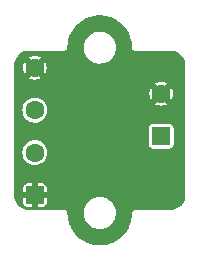
<source format=gbl>
G04 #@! TF.GenerationSoftware,KiCad,Pcbnew,(6.0.7-1)-1*
G04 #@! TF.CreationDate,2024-08-15T11:21:40+03:00*
G04 #@! TF.ProjectId,Ideal_Diode,49646561-6c5f-4446-996f-64652e6b6963,rev?*
G04 #@! TF.SameCoordinates,Original*
G04 #@! TF.FileFunction,Copper,L2,Bot*
G04 #@! TF.FilePolarity,Positive*
%FSLAX46Y46*%
G04 Gerber Fmt 4.6, Leading zero omitted, Abs format (unit mm)*
G04 Created by KiCad (PCBNEW (6.0.7-1)-1) date 2024-08-15 11:21:40*
%MOMM*%
%LPD*%
G01*
G04 APERTURE LIST*
G04 Aperture macros list*
%AMRoundRect*
0 Rectangle with rounded corners*
0 $1 Rounding radius*
0 $2 $3 $4 $5 $6 $7 $8 $9 X,Y pos of 4 corners*
0 Add a 4 corners polygon primitive as box body*
4,1,4,$2,$3,$4,$5,$6,$7,$8,$9,$2,$3,0*
0 Add four circle primitives for the rounded corners*
1,1,$1+$1,$2,$3*
1,1,$1+$1,$4,$5*
1,1,$1+$1,$6,$7*
1,1,$1+$1,$8,$9*
0 Add four rect primitives between the rounded corners*
20,1,$1+$1,$2,$3,$4,$5,0*
20,1,$1+$1,$4,$5,$6,$7,0*
20,1,$1+$1,$6,$7,$8,$9,0*
20,1,$1+$1,$8,$9,$2,$3,0*%
G04 Aperture macros list end*
G04 #@! TA.AperFunction,ComponentPad*
%ADD10RoundRect,0.250000X0.550000X-0.550000X0.550000X0.550000X-0.550000X0.550000X-0.550000X-0.550000X0*%
G04 #@! TD*
G04 #@! TA.AperFunction,ComponentPad*
%ADD11C,1.600000*%
G04 #@! TD*
G04 APERTURE END LIST*
D10*
X161200000Y-96500000D03*
D11*
X161200000Y-92900000D03*
D10*
X150500000Y-101500000D03*
D11*
X150500000Y-97900000D03*
X150500000Y-94300000D03*
X150500000Y-90700000D03*
G04 #@! TA.AperFunction,Conductor*
G36*
X156165360Y-86259814D02*
G01*
X156471035Y-86295542D01*
X156482364Y-86297540D01*
X156585668Y-86322024D01*
X156781800Y-86368509D01*
X156792829Y-86371810D01*
X156966011Y-86434843D01*
X157082026Y-86477068D01*
X157092585Y-86481623D01*
X157160836Y-86515900D01*
X157367603Y-86619742D01*
X157377564Y-86625493D01*
X157579935Y-86758595D01*
X157634681Y-86794602D01*
X157643915Y-86801477D01*
X157879657Y-86999288D01*
X157888031Y-87007188D01*
X158099218Y-87231033D01*
X158106618Y-87239852D01*
X158290386Y-87486695D01*
X158296713Y-87496314D01*
X158450588Y-87762834D01*
X158455754Y-87773122D01*
X158577640Y-88055685D01*
X158581578Y-88066503D01*
X158661515Y-88333506D01*
X158669842Y-88361321D01*
X158672495Y-88372516D01*
X158699699Y-88526795D01*
X158725934Y-88675585D01*
X158727270Y-88687019D01*
X158743634Y-88967967D01*
X158742417Y-88985558D01*
X158742417Y-88990435D01*
X158740514Y-89000000D01*
X158760266Y-89099301D01*
X158816516Y-89183484D01*
X158900699Y-89239734D01*
X158910262Y-89241636D01*
X158910264Y-89241637D01*
X158990438Y-89257584D01*
X159000000Y-89259486D01*
X159009562Y-89257584D01*
X159015505Y-89256402D01*
X159034818Y-89254500D01*
X161965182Y-89254500D01*
X161984495Y-89256402D01*
X161990436Y-89257584D01*
X161990438Y-89257584D01*
X162000000Y-89259486D01*
X162009564Y-89257583D01*
X162019314Y-89257583D01*
X162019314Y-89257713D01*
X162031609Y-89256987D01*
X162117918Y-89263780D01*
X162187071Y-89269223D01*
X162202414Y-89271653D01*
X162377306Y-89313641D01*
X162392080Y-89318442D01*
X162558249Y-89387271D01*
X162572085Y-89394320D01*
X162725449Y-89488301D01*
X162738007Y-89497426D01*
X162867491Y-89608016D01*
X162874777Y-89614239D01*
X162885759Y-89625221D01*
X162961863Y-89714326D01*
X163002574Y-89761992D01*
X163011699Y-89774551D01*
X163105680Y-89927915D01*
X163112729Y-89941751D01*
X163181558Y-90107920D01*
X163186359Y-90122694D01*
X163228347Y-90297586D01*
X163230777Y-90312929D01*
X163243013Y-90468388D01*
X163242287Y-90480686D01*
X163242417Y-90480686D01*
X163242417Y-90490436D01*
X163240514Y-90500000D01*
X163242416Y-90509562D01*
X163242416Y-90509564D01*
X163243598Y-90515505D01*
X163245500Y-90534818D01*
X163245500Y-101465182D01*
X163243598Y-101484495D01*
X163240514Y-101500000D01*
X163242417Y-101509564D01*
X163242417Y-101519314D01*
X163242287Y-101519314D01*
X163243013Y-101531612D01*
X163230777Y-101687071D01*
X163228347Y-101702414D01*
X163186359Y-101877306D01*
X163181558Y-101892080D01*
X163112729Y-102058249D01*
X163105680Y-102072085D01*
X163011699Y-102225449D01*
X163002574Y-102238007D01*
X162924959Y-102328883D01*
X162885761Y-102374777D01*
X162874779Y-102385759D01*
X162743845Y-102497589D01*
X162738008Y-102502574D01*
X162725449Y-102511699D01*
X162572085Y-102605680D01*
X162558249Y-102612729D01*
X162392080Y-102681558D01*
X162377306Y-102686359D01*
X162202414Y-102728347D01*
X162187071Y-102730777D01*
X162117918Y-102736220D01*
X162031609Y-102743013D01*
X162019314Y-102742287D01*
X162019314Y-102742417D01*
X162009564Y-102742417D01*
X162000000Y-102740514D01*
X161990438Y-102742416D01*
X161990436Y-102742416D01*
X161984495Y-102743598D01*
X161965182Y-102745500D01*
X159034818Y-102745500D01*
X159015505Y-102743598D01*
X159009562Y-102742416D01*
X159000000Y-102740514D01*
X158990438Y-102742416D01*
X158910264Y-102758363D01*
X158910262Y-102758364D01*
X158900699Y-102760266D01*
X158816516Y-102816516D01*
X158760266Y-102900699D01*
X158740514Y-103000000D01*
X158742417Y-103009565D01*
X158742417Y-103014442D01*
X158743634Y-103032033D01*
X158727270Y-103312981D01*
X158725934Y-103324415D01*
X158676560Y-103604436D01*
X158672497Y-103627476D01*
X158669844Y-103638671D01*
X158622334Y-103797365D01*
X158581578Y-103933497D01*
X158577640Y-103944315D01*
X158455754Y-104226878D01*
X158450588Y-104237166D01*
X158296713Y-104503686D01*
X158290386Y-104513305D01*
X158106618Y-104760148D01*
X158099218Y-104768967D01*
X157888031Y-104992812D01*
X157879657Y-105000712D01*
X157643915Y-105198523D01*
X157634683Y-105205397D01*
X157377564Y-105374507D01*
X157367604Y-105380257D01*
X157092585Y-105518377D01*
X157082026Y-105522932D01*
X156966011Y-105565157D01*
X156792829Y-105628190D01*
X156781800Y-105631491D01*
X156585668Y-105677976D01*
X156482364Y-105702460D01*
X156471035Y-105704458D01*
X156165361Y-105740186D01*
X156153868Y-105740855D01*
X155846132Y-105740855D01*
X155834639Y-105740186D01*
X155528965Y-105704458D01*
X155517636Y-105702460D01*
X155414332Y-105677976D01*
X155218200Y-105631491D01*
X155207171Y-105628190D01*
X155033989Y-105565157D01*
X154917974Y-105522932D01*
X154907415Y-105518377D01*
X154632396Y-105380257D01*
X154622436Y-105374507D01*
X154365317Y-105205397D01*
X154356085Y-105198523D01*
X154120343Y-105000712D01*
X154111969Y-104992812D01*
X153900782Y-104768967D01*
X153893382Y-104760148D01*
X153709614Y-104513305D01*
X153703287Y-104503686D01*
X153549412Y-104237166D01*
X153544246Y-104226878D01*
X153422360Y-103944315D01*
X153418422Y-103933497D01*
X153377666Y-103797365D01*
X153330156Y-103638671D01*
X153327503Y-103627476D01*
X153323441Y-103604436D01*
X153274066Y-103324415D01*
X153272730Y-103312981D01*
X153256366Y-103032033D01*
X153257583Y-103014442D01*
X153257583Y-103009565D01*
X153259486Y-103000000D01*
X153246749Y-102935964D01*
X154642112Y-102935964D01*
X154642269Y-102940149D01*
X154642269Y-102940152D01*
X154644464Y-102998599D01*
X154644060Y-102998614D01*
X154644303Y-102999983D01*
X154644339Y-102999980D01*
X154644341Y-103000000D01*
X154644648Y-103003507D01*
X154644718Y-103005374D01*
X154644718Y-103005619D01*
X154644741Y-103005972D01*
X154650736Y-103165669D01*
X154651596Y-103169769D01*
X154651597Y-103169775D01*
X154664628Y-103231879D01*
X154664165Y-103231976D01*
X154664790Y-103233724D01*
X154664937Y-103235408D01*
X154666054Y-103239576D01*
X154666054Y-103239577D01*
X154666225Y-103240216D01*
X154667486Y-103245501D01*
X154676353Y-103287761D01*
X154697939Y-103390637D01*
X154720721Y-103448326D01*
X154722699Y-103453335D01*
X154723646Y-103455831D01*
X154724980Y-103459494D01*
X154726097Y-103463663D01*
X154727922Y-103467576D01*
X154727924Y-103467582D01*
X154729287Y-103470505D01*
X154731642Y-103475979D01*
X154758740Y-103544595D01*
X154782372Y-103604436D01*
X154784542Y-103608012D01*
X154784544Y-103608016D01*
X154820030Y-103666494D01*
X154822213Y-103670579D01*
X154824142Y-103673919D01*
X154825965Y-103677829D01*
X154828442Y-103681367D01*
X154828443Y-103681368D01*
X154831184Y-103685283D01*
X154834724Y-103690709D01*
X154850279Y-103716342D01*
X154901621Y-103800952D01*
X154904371Y-103804121D01*
X154952913Y-103860060D01*
X154958676Y-103867442D01*
X154959022Y-103867854D01*
X154961505Y-103871401D01*
X154968476Y-103878372D01*
X154973244Y-103883490D01*
X155052276Y-103974566D01*
X155055519Y-103977225D01*
X155055521Y-103977227D01*
X155117331Y-104027908D01*
X155124563Y-104034459D01*
X155128599Y-104038495D01*
X155132135Y-104040971D01*
X155136772Y-104044218D01*
X155142759Y-104048758D01*
X155230029Y-104120315D01*
X155308466Y-104164963D01*
X155316271Y-104169903D01*
X155322171Y-104174035D01*
X155326086Y-104175860D01*
X155326090Y-104175863D01*
X155330869Y-104178091D01*
X155338003Y-104181778D01*
X155429798Y-104234030D01*
X155520610Y-104266994D01*
X155528666Y-104270327D01*
X155532411Y-104272073D01*
X155532417Y-104272075D01*
X155536337Y-104273903D01*
X155540512Y-104275022D01*
X155540516Y-104275023D01*
X155544842Y-104276182D01*
X155552996Y-104278749D01*
X155641925Y-104311029D01*
X155641929Y-104311030D01*
X155645871Y-104312461D01*
X155747541Y-104330846D01*
X155755531Y-104332635D01*
X155764592Y-104335063D01*
X155772235Y-104335732D01*
X155781194Y-104336931D01*
X155872069Y-104353364D01*
X155891041Y-104354259D01*
X155895011Y-104354446D01*
X155895015Y-104354446D01*
X155896158Y-104354500D01*
X156057712Y-104354500D01*
X156059795Y-104354323D01*
X156059801Y-104354323D01*
X156224873Y-104340316D01*
X156224874Y-104340316D01*
X156229044Y-104339962D01*
X156233094Y-104338911D01*
X156233099Y-104338910D01*
X156447483Y-104283267D01*
X156447486Y-104283266D01*
X156451539Y-104282214D01*
X156467503Y-104275023D01*
X156500359Y-104260222D01*
X156661123Y-104187803D01*
X156851803Y-104059430D01*
X156871153Y-104040971D01*
X157015094Y-103903659D01*
X157015098Y-103903654D01*
X157018128Y-103900764D01*
X157030980Y-103883491D01*
X157080277Y-103817233D01*
X157155342Y-103716342D01*
X157174923Y-103677829D01*
X157257623Y-103515170D01*
X157257625Y-103515166D01*
X157259520Y-103511438D01*
X157327685Y-103291911D01*
X157343873Y-103169775D01*
X157357338Y-103068188D01*
X157357338Y-103068184D01*
X157357888Y-103064036D01*
X157356212Y-103019389D01*
X157355536Y-103001401D01*
X157355940Y-103001386D01*
X157355697Y-103000017D01*
X157355661Y-103000020D01*
X157355625Y-102999615D01*
X157355352Y-102996493D01*
X157355282Y-102994626D01*
X157355282Y-102994381D01*
X157355259Y-102994021D01*
X157349264Y-102834331D01*
X157348404Y-102830231D01*
X157348403Y-102830225D01*
X157335372Y-102768121D01*
X157335835Y-102768024D01*
X157335210Y-102766276D01*
X157335063Y-102764592D01*
X157333775Y-102759784D01*
X157332514Y-102754499D01*
X157302923Y-102613471D01*
X157302923Y-102613470D01*
X157302061Y-102609363D01*
X157277301Y-102546665D01*
X157276354Y-102544169D01*
X157275020Y-102540506D01*
X157273903Y-102536337D01*
X157272078Y-102532424D01*
X157272076Y-102532418D01*
X157270713Y-102529495D01*
X157268358Y-102524021D01*
X157219165Y-102399457D01*
X157217628Y-102395564D01*
X157211680Y-102385761D01*
X157179970Y-102333506D01*
X157177787Y-102329421D01*
X157175858Y-102326081D01*
X157174035Y-102322171D01*
X157171557Y-102318632D01*
X157168816Y-102314717D01*
X157165276Y-102309291D01*
X157100556Y-102202635D01*
X157100554Y-102202632D01*
X157098379Y-102199048D01*
X157047087Y-102139940D01*
X157041324Y-102132558D01*
X157040978Y-102132146D01*
X157038495Y-102128599D01*
X157031524Y-102121628D01*
X157026755Y-102116509D01*
X156950473Y-102028602D01*
X156947724Y-102025434D01*
X156882669Y-101972092D01*
X156875437Y-101965541D01*
X156871401Y-101961505D01*
X156863228Y-101955782D01*
X156857241Y-101951242D01*
X156773216Y-101882346D01*
X156769971Y-101879685D01*
X156691534Y-101835037D01*
X156683725Y-101830094D01*
X156677829Y-101825965D01*
X156673914Y-101824140D01*
X156673910Y-101824137D01*
X156669131Y-101821909D01*
X156661996Y-101818222D01*
X156573849Y-101768046D01*
X156570202Y-101765970D01*
X156479390Y-101733006D01*
X156471334Y-101729673D01*
X156467589Y-101727927D01*
X156467583Y-101727925D01*
X156463663Y-101726097D01*
X156459488Y-101724978D01*
X156459484Y-101724977D01*
X156455158Y-101723818D01*
X156447004Y-101721251D01*
X156358075Y-101688971D01*
X156358071Y-101688970D01*
X156354129Y-101687539D01*
X156252459Y-101669154D01*
X156244469Y-101667365D01*
X156235408Y-101664937D01*
X156227765Y-101664268D01*
X156218806Y-101663069D01*
X156127931Y-101646636D01*
X156108959Y-101645741D01*
X156104989Y-101645554D01*
X156104985Y-101645554D01*
X156103842Y-101645500D01*
X155942288Y-101645500D01*
X155940205Y-101645677D01*
X155940199Y-101645677D01*
X155775127Y-101659684D01*
X155775126Y-101659684D01*
X155770956Y-101660038D01*
X155766906Y-101661089D01*
X155766901Y-101661090D01*
X155552517Y-101716733D01*
X155552514Y-101716734D01*
X155548461Y-101717786D01*
X155544639Y-101719507D01*
X155544638Y-101719508D01*
X155499641Y-101739778D01*
X155338877Y-101812197D01*
X155148197Y-101940570D01*
X155145156Y-101943471D01*
X154984906Y-102096341D01*
X154984902Y-102096346D01*
X154981872Y-102099236D01*
X154979370Y-102102599D01*
X154979369Y-102102600D01*
X154967051Y-102119156D01*
X154844658Y-102283658D01*
X154842756Y-102287399D01*
X154757728Y-102454638D01*
X154740480Y-102488562D01*
X154672315Y-102708089D01*
X154671765Y-102712239D01*
X154655583Y-102834331D01*
X154642112Y-102935964D01*
X153246749Y-102935964D01*
X153239734Y-102900699D01*
X153183484Y-102816516D01*
X153099301Y-102760266D01*
X153089738Y-102758364D01*
X153089736Y-102758363D01*
X153009562Y-102742416D01*
X153000000Y-102740514D01*
X152990438Y-102742416D01*
X152984495Y-102743598D01*
X152965182Y-102745500D01*
X150034818Y-102745500D01*
X150015505Y-102743598D01*
X150009564Y-102742416D01*
X150009562Y-102742416D01*
X150000000Y-102740514D01*
X149990436Y-102742417D01*
X149980686Y-102742417D01*
X149980686Y-102742287D01*
X149968391Y-102743013D01*
X149882082Y-102736220D01*
X149812929Y-102730777D01*
X149797586Y-102728347D01*
X149622694Y-102686359D01*
X149607920Y-102681558D01*
X149441751Y-102612729D01*
X149427915Y-102605680D01*
X149274551Y-102511699D01*
X149261992Y-102502574D01*
X149256155Y-102497589D01*
X149125221Y-102385759D01*
X149114239Y-102374777D01*
X149075042Y-102328883D01*
X148997426Y-102238007D01*
X148988301Y-102225449D01*
X148912310Y-102101443D01*
X149500001Y-102101443D01*
X149500220Y-102106086D01*
X149502411Y-102129269D01*
X149504976Y-102140965D01*
X149545362Y-102255966D01*
X149552209Y-102268899D01*
X149623808Y-102365835D01*
X149634165Y-102376192D01*
X149731101Y-102447791D01*
X149744034Y-102454638D01*
X149859031Y-102495022D01*
X149870734Y-102497590D01*
X149893918Y-102499782D01*
X149898554Y-102500000D01*
X150230320Y-102500000D01*
X150243005Y-102495878D01*
X150246000Y-102491757D01*
X150246000Y-102484319D01*
X150754000Y-102484319D01*
X150758122Y-102497004D01*
X150762243Y-102499999D01*
X151101443Y-102499999D01*
X151106086Y-102499780D01*
X151129269Y-102497589D01*
X151140965Y-102495024D01*
X151255966Y-102454638D01*
X151268899Y-102447791D01*
X151365835Y-102376192D01*
X151376192Y-102365835D01*
X151447791Y-102268899D01*
X151454638Y-102255966D01*
X151495022Y-102140969D01*
X151497590Y-102129266D01*
X151499782Y-102106082D01*
X151500000Y-102101446D01*
X151500000Y-101769680D01*
X151495878Y-101756995D01*
X151491757Y-101754000D01*
X150769680Y-101754000D01*
X150756995Y-101758122D01*
X150754000Y-101762243D01*
X150754000Y-102484319D01*
X150246000Y-102484319D01*
X150246000Y-101769680D01*
X150241878Y-101756995D01*
X150237757Y-101754000D01*
X149515681Y-101754000D01*
X149502996Y-101758122D01*
X149500001Y-101762243D01*
X149500001Y-102101443D01*
X148912310Y-102101443D01*
X148894320Y-102072085D01*
X148887271Y-102058249D01*
X148818442Y-101892080D01*
X148813641Y-101877306D01*
X148771653Y-101702414D01*
X148769223Y-101687071D01*
X148756987Y-101531612D01*
X148757713Y-101519314D01*
X148757583Y-101519314D01*
X148757583Y-101509564D01*
X148759486Y-101500000D01*
X148756402Y-101484495D01*
X148754500Y-101465182D01*
X148754500Y-101230320D01*
X149500000Y-101230320D01*
X149504122Y-101243005D01*
X149508243Y-101246000D01*
X150230320Y-101246000D01*
X150243005Y-101241878D01*
X150246000Y-101237757D01*
X150246000Y-101230320D01*
X150754000Y-101230320D01*
X150758122Y-101243005D01*
X150762243Y-101246000D01*
X151484319Y-101246000D01*
X151497004Y-101241878D01*
X151499999Y-101237757D01*
X151499999Y-100898557D01*
X151499780Y-100893914D01*
X151497589Y-100870731D01*
X151495024Y-100859035D01*
X151454638Y-100744034D01*
X151447791Y-100731101D01*
X151376192Y-100634165D01*
X151365835Y-100623808D01*
X151268899Y-100552209D01*
X151255966Y-100545362D01*
X151140969Y-100504978D01*
X151129266Y-100502410D01*
X151106082Y-100500218D01*
X151101446Y-100500000D01*
X150769680Y-100500000D01*
X150756995Y-100504122D01*
X150754000Y-100508243D01*
X150754000Y-101230320D01*
X150246000Y-101230320D01*
X150246000Y-100515681D01*
X150241878Y-100502996D01*
X150237757Y-100500001D01*
X149898557Y-100500001D01*
X149893914Y-100500220D01*
X149870731Y-100502411D01*
X149859035Y-100504976D01*
X149744034Y-100545362D01*
X149731101Y-100552209D01*
X149634165Y-100623808D01*
X149623808Y-100634165D01*
X149552209Y-100731101D01*
X149545362Y-100744034D01*
X149504978Y-100859031D01*
X149502410Y-100870734D01*
X149500218Y-100893918D01*
X149500000Y-100898554D01*
X149500000Y-101230320D01*
X148754500Y-101230320D01*
X148754500Y-97885206D01*
X149440501Y-97885206D01*
X149457806Y-98091278D01*
X149459139Y-98095926D01*
X149459139Y-98095927D01*
X149471589Y-98139344D01*
X149514807Y-98290066D01*
X149517022Y-98294376D01*
X149537995Y-98335185D01*
X149609334Y-98473995D01*
X149737786Y-98636061D01*
X149741466Y-98639193D01*
X149741468Y-98639195D01*
X149854802Y-98735649D01*
X149895271Y-98770091D01*
X150075789Y-98870980D01*
X150080387Y-98872474D01*
X150267861Y-98933388D01*
X150267863Y-98933389D01*
X150272466Y-98934884D01*
X150477809Y-98959370D01*
X150482631Y-98958999D01*
X150482633Y-98958999D01*
X150679170Y-98943876D01*
X150679175Y-98943875D01*
X150683998Y-98943504D01*
X150883178Y-98887892D01*
X150887491Y-98885713D01*
X150887497Y-98885711D01*
X151063442Y-98796835D01*
X151063444Y-98796833D01*
X151067763Y-98794652D01*
X151230722Y-98667334D01*
X151365848Y-98510789D01*
X151467995Y-98330979D01*
X151533270Y-98134753D01*
X151559189Y-97929586D01*
X151559602Y-97900000D01*
X151539422Y-97694189D01*
X151535047Y-97679696D01*
X151517466Y-97621465D01*
X151479651Y-97496217D01*
X151382565Y-97313625D01*
X151369540Y-97297654D01*
X151254924Y-97157121D01*
X151254923Y-97157120D01*
X151251863Y-97153368D01*
X151184639Y-97097756D01*
X160145500Y-97097756D01*
X160152202Y-97159448D01*
X160202929Y-97294764D01*
X160289596Y-97410404D01*
X160405236Y-97497071D01*
X160540552Y-97547798D01*
X160602244Y-97554500D01*
X161797756Y-97554500D01*
X161859448Y-97547798D01*
X161994764Y-97497071D01*
X162110404Y-97410404D01*
X162197071Y-97294764D01*
X162247798Y-97159448D01*
X162254500Y-97097756D01*
X162254500Y-95902244D01*
X162247798Y-95840552D01*
X162197071Y-95705236D01*
X162110404Y-95589596D01*
X161994764Y-95502929D01*
X161859448Y-95452202D01*
X161797756Y-95445500D01*
X160602244Y-95445500D01*
X160540552Y-95452202D01*
X160405236Y-95502929D01*
X160289596Y-95589596D01*
X160202929Y-95705236D01*
X160152202Y-95840552D01*
X160145500Y-95902244D01*
X160145500Y-97097756D01*
X151184639Y-97097756D01*
X151092522Y-97021550D01*
X150910612Y-96923192D01*
X150846032Y-96903201D01*
X150717684Y-96863470D01*
X150717680Y-96863469D01*
X150713063Y-96862040D01*
X150708256Y-96861535D01*
X150708252Y-96861534D01*
X150512213Y-96840930D01*
X150512211Y-96840930D01*
X150507397Y-96840424D01*
X150446925Y-96845927D01*
X150306269Y-96858727D01*
X150306264Y-96858728D01*
X150301450Y-96859166D01*
X150224815Y-96881721D01*
X150107713Y-96916186D01*
X150107710Y-96916187D01*
X150103066Y-96917554D01*
X149919801Y-97013363D01*
X149758635Y-97142943D01*
X149746738Y-97157121D01*
X149628817Y-97297654D01*
X149628814Y-97297658D01*
X149625708Y-97301360D01*
X149526082Y-97482578D01*
X149463553Y-97679696D01*
X149440501Y-97885206D01*
X148754500Y-97885206D01*
X148754500Y-94285206D01*
X149440501Y-94285206D01*
X149457806Y-94491278D01*
X149459139Y-94495926D01*
X149459139Y-94495927D01*
X149471589Y-94539344D01*
X149514807Y-94690066D01*
X149517022Y-94694376D01*
X149537995Y-94735185D01*
X149609334Y-94873995D01*
X149737786Y-95036061D01*
X149741466Y-95039193D01*
X149741468Y-95039195D01*
X149854802Y-95135649D01*
X149895271Y-95170091D01*
X150075789Y-95270980D01*
X150080387Y-95272474D01*
X150267861Y-95333388D01*
X150267863Y-95333389D01*
X150272466Y-95334884D01*
X150477809Y-95359370D01*
X150482631Y-95358999D01*
X150482633Y-95358999D01*
X150679170Y-95343876D01*
X150679175Y-95343875D01*
X150683998Y-95343504D01*
X150883178Y-95287892D01*
X150887491Y-95285713D01*
X150887497Y-95285711D01*
X151063442Y-95196835D01*
X151063444Y-95196833D01*
X151067763Y-95194652D01*
X151230722Y-95067334D01*
X151365848Y-94910789D01*
X151467995Y-94730979D01*
X151533270Y-94534753D01*
X151559189Y-94329586D01*
X151559602Y-94300000D01*
X151539422Y-94094189D01*
X151535047Y-94079696D01*
X151517466Y-94021465D01*
X151479651Y-93896217D01*
X151413604Y-93772000D01*
X151409004Y-93763348D01*
X160701134Y-93763348D01*
X160708363Y-93770860D01*
X160793488Y-93818435D01*
X160802316Y-93822292D01*
X160979627Y-93879904D01*
X160989027Y-93881971D01*
X161174155Y-93904046D01*
X161183781Y-93904248D01*
X161369659Y-93889945D01*
X161379153Y-93888271D01*
X161558713Y-93838136D01*
X161567693Y-93834654D01*
X161691726Y-93772000D01*
X161699765Y-93764017D01*
X161694573Y-93753783D01*
X161211086Y-93270296D01*
X161199203Y-93264242D01*
X161194172Y-93265038D01*
X160706611Y-93752599D01*
X160701134Y-93763348D01*
X151409004Y-93763348D01*
X151384838Y-93717899D01*
X151384836Y-93717895D01*
X151382565Y-93713625D01*
X151369540Y-93697654D01*
X151254924Y-93557121D01*
X151254923Y-93557120D01*
X151251863Y-93553368D01*
X151092522Y-93421550D01*
X150910612Y-93323192D01*
X150846032Y-93303201D01*
X150717684Y-93263470D01*
X150717680Y-93263469D01*
X150713063Y-93262040D01*
X150708256Y-93261535D01*
X150708252Y-93261534D01*
X150512213Y-93240930D01*
X150512211Y-93240930D01*
X150507397Y-93240424D01*
X150446925Y-93245927D01*
X150306269Y-93258727D01*
X150306264Y-93258728D01*
X150301450Y-93259166D01*
X150263634Y-93270296D01*
X150107713Y-93316186D01*
X150107710Y-93316187D01*
X150103066Y-93317554D01*
X149919801Y-93413363D01*
X149758635Y-93542943D01*
X149746738Y-93557121D01*
X149628817Y-93697654D01*
X149628814Y-93697658D01*
X149625708Y-93701360D01*
X149526082Y-93882578D01*
X149463553Y-94079696D01*
X149440501Y-94285206D01*
X148754500Y-94285206D01*
X148754500Y-92890790D01*
X160195664Y-92890790D01*
X160211264Y-93076574D01*
X160213002Y-93086042D01*
X160264388Y-93265248D01*
X160267939Y-93274216D01*
X160328202Y-93391476D01*
X160336330Y-93399547D01*
X160346393Y-93394397D01*
X160829704Y-92911086D01*
X160834946Y-92900797D01*
X161564242Y-92900797D01*
X161565038Y-92905828D01*
X162052520Y-93393310D01*
X162063375Y-93398841D01*
X162070783Y-93391762D01*
X162115577Y-93312911D01*
X162119493Y-93304116D01*
X162178341Y-93127212D01*
X162180475Y-93117818D01*
X162204099Y-92930810D01*
X162204486Y-92925283D01*
X162204800Y-92902759D01*
X162204570Y-92897261D01*
X162186174Y-92709636D01*
X162184305Y-92700198D01*
X162130418Y-92521718D01*
X162126748Y-92512814D01*
X162071503Y-92408912D01*
X162063086Y-92400784D01*
X162053368Y-92405842D01*
X161570296Y-92888914D01*
X161564242Y-92900797D01*
X160834946Y-92900797D01*
X160835758Y-92899203D01*
X160834962Y-92894172D01*
X160347285Y-92406495D01*
X160336643Y-92401073D01*
X160329029Y-92408452D01*
X160278752Y-92499905D01*
X160274952Y-92508769D01*
X160218583Y-92686467D01*
X160216579Y-92695895D01*
X160195798Y-92881162D01*
X160195664Y-92890790D01*
X148754500Y-92890790D01*
X148754500Y-92036642D01*
X160700637Y-92036642D01*
X160705741Y-92046531D01*
X161188914Y-92529704D01*
X161200797Y-92535758D01*
X161205828Y-92534962D01*
X161693657Y-92047133D01*
X161699024Y-92036599D01*
X161691496Y-92028885D01*
X161593645Y-91975976D01*
X161584774Y-91972247D01*
X161406673Y-91917116D01*
X161397239Y-91915179D01*
X161211831Y-91895691D01*
X161202193Y-91895624D01*
X161016532Y-91912520D01*
X161007066Y-91914326D01*
X160828220Y-91966965D01*
X160819296Y-91970570D01*
X160708739Y-92028368D01*
X160700637Y-92036642D01*
X148754500Y-92036642D01*
X148754500Y-91563348D01*
X150001134Y-91563348D01*
X150008363Y-91570860D01*
X150093488Y-91618435D01*
X150102316Y-91622292D01*
X150279627Y-91679904D01*
X150289027Y-91681971D01*
X150474155Y-91704046D01*
X150483781Y-91704248D01*
X150669659Y-91689945D01*
X150679153Y-91688271D01*
X150858713Y-91638136D01*
X150867693Y-91634654D01*
X150991726Y-91572000D01*
X150999765Y-91564017D01*
X150994573Y-91553783D01*
X150511086Y-91070296D01*
X150499203Y-91064242D01*
X150494172Y-91065038D01*
X150006611Y-91552599D01*
X150001134Y-91563348D01*
X148754500Y-91563348D01*
X148754500Y-90690790D01*
X149495664Y-90690790D01*
X149511264Y-90876574D01*
X149513002Y-90886042D01*
X149564388Y-91065248D01*
X149567939Y-91074216D01*
X149628202Y-91191476D01*
X149636330Y-91199547D01*
X149646393Y-91194397D01*
X150129704Y-90711086D01*
X150134946Y-90700797D01*
X150864242Y-90700797D01*
X150865038Y-90705828D01*
X151352520Y-91193310D01*
X151363375Y-91198841D01*
X151370783Y-91191762D01*
X151415577Y-91112911D01*
X151419493Y-91104116D01*
X151478341Y-90927212D01*
X151480475Y-90917818D01*
X151504099Y-90730810D01*
X151504486Y-90725283D01*
X151504800Y-90702759D01*
X151504570Y-90697261D01*
X151486174Y-90509636D01*
X151484305Y-90500198D01*
X151430418Y-90321718D01*
X151426748Y-90312814D01*
X151371503Y-90208912D01*
X151363086Y-90200784D01*
X151353368Y-90205842D01*
X150870296Y-90688914D01*
X150864242Y-90700797D01*
X150134946Y-90700797D01*
X150135758Y-90699203D01*
X150134962Y-90694172D01*
X149647285Y-90206495D01*
X149636643Y-90201073D01*
X149629029Y-90208452D01*
X149578752Y-90299905D01*
X149574952Y-90308769D01*
X149518583Y-90486467D01*
X149516579Y-90495895D01*
X149495798Y-90681162D01*
X149495664Y-90690790D01*
X148754500Y-90690790D01*
X148754500Y-90534818D01*
X148756402Y-90515505D01*
X148757584Y-90509564D01*
X148757584Y-90509562D01*
X148759486Y-90500000D01*
X148757583Y-90490436D01*
X148757583Y-90480686D01*
X148757713Y-90480686D01*
X148756987Y-90468388D01*
X148769223Y-90312929D01*
X148771653Y-90297586D01*
X148813641Y-90122694D01*
X148818442Y-90107920D01*
X148887271Y-89941751D01*
X148894320Y-89927915D01*
X148950252Y-89836642D01*
X150000637Y-89836642D01*
X150005741Y-89846531D01*
X150488914Y-90329704D01*
X150500797Y-90335758D01*
X150505828Y-90334962D01*
X150993657Y-89847133D01*
X150999024Y-89836599D01*
X150991496Y-89828885D01*
X150893645Y-89775976D01*
X150884774Y-89772247D01*
X150706673Y-89717116D01*
X150697239Y-89715179D01*
X150511831Y-89695691D01*
X150502193Y-89695624D01*
X150316532Y-89712520D01*
X150307066Y-89714326D01*
X150128220Y-89766965D01*
X150119296Y-89770570D01*
X150008739Y-89828368D01*
X150000637Y-89836642D01*
X148950252Y-89836642D01*
X148988301Y-89774551D01*
X148997426Y-89761992D01*
X149038137Y-89714326D01*
X149114241Y-89625221D01*
X149125223Y-89614239D01*
X149132510Y-89608016D01*
X149261993Y-89497426D01*
X149274551Y-89488301D01*
X149427915Y-89394320D01*
X149441751Y-89387271D01*
X149607920Y-89318442D01*
X149622694Y-89313641D01*
X149797586Y-89271653D01*
X149812929Y-89269223D01*
X149882082Y-89263780D01*
X149968391Y-89256987D01*
X149980686Y-89257713D01*
X149980686Y-89257583D01*
X149990436Y-89257583D01*
X150000000Y-89259486D01*
X150009562Y-89257584D01*
X150009564Y-89257584D01*
X150015505Y-89256402D01*
X150034818Y-89254500D01*
X152965182Y-89254500D01*
X152984496Y-89256402D01*
X153000000Y-89259486D01*
X153009562Y-89257584D01*
X153089736Y-89241637D01*
X153089738Y-89241636D01*
X153099301Y-89239734D01*
X153183484Y-89183484D01*
X153239734Y-89099301D01*
X153259486Y-89000000D01*
X153257583Y-88990435D01*
X153257583Y-88985558D01*
X153256366Y-88967967D01*
X153258230Y-88935964D01*
X154642112Y-88935964D01*
X154642269Y-88940149D01*
X154642269Y-88940152D01*
X154644464Y-88998599D01*
X154644060Y-88998614D01*
X154644303Y-88999983D01*
X154644339Y-88999980D01*
X154644341Y-89000000D01*
X154644648Y-89003507D01*
X154644718Y-89005374D01*
X154644718Y-89005619D01*
X154644741Y-89005972D01*
X154650736Y-89165669D01*
X154651596Y-89169769D01*
X154651597Y-89169775D01*
X154664628Y-89231879D01*
X154664165Y-89231976D01*
X154664790Y-89233724D01*
X154664937Y-89235408D01*
X154666054Y-89239576D01*
X154666054Y-89239577D01*
X154666225Y-89240216D01*
X154667486Y-89245501D01*
X154682165Y-89315459D01*
X154697939Y-89390637D01*
X154720721Y-89448326D01*
X154722699Y-89453335D01*
X154723646Y-89455831D01*
X154724980Y-89459494D01*
X154726097Y-89463663D01*
X154727922Y-89467576D01*
X154727924Y-89467582D01*
X154729287Y-89470505D01*
X154731642Y-89475979D01*
X154758740Y-89544595D01*
X154782372Y-89604436D01*
X154784542Y-89608012D01*
X154784544Y-89608016D01*
X154820030Y-89666494D01*
X154822213Y-89670579D01*
X154824142Y-89673919D01*
X154825965Y-89677829D01*
X154828442Y-89681367D01*
X154828443Y-89681368D01*
X154831184Y-89685283D01*
X154834724Y-89690709D01*
X154885607Y-89774561D01*
X154901621Y-89800952D01*
X154904371Y-89804121D01*
X154952913Y-89860060D01*
X154958676Y-89867442D01*
X154959022Y-89867854D01*
X154961505Y-89871401D01*
X154968476Y-89878372D01*
X154973244Y-89883490D01*
X155052276Y-89974566D01*
X155055519Y-89977225D01*
X155055521Y-89977227D01*
X155117331Y-90027908D01*
X155124563Y-90034459D01*
X155128599Y-90038495D01*
X155132135Y-90040971D01*
X155136772Y-90044218D01*
X155142759Y-90048758D01*
X155230029Y-90120315D01*
X155308466Y-90164963D01*
X155316271Y-90169903D01*
X155322171Y-90174035D01*
X155326086Y-90175860D01*
X155326090Y-90175863D01*
X155330869Y-90178091D01*
X155338003Y-90181778D01*
X155429798Y-90234030D01*
X155520610Y-90266994D01*
X155528666Y-90270327D01*
X155532411Y-90272073D01*
X155532417Y-90272075D01*
X155536337Y-90273903D01*
X155540512Y-90275022D01*
X155540516Y-90275023D01*
X155544842Y-90276182D01*
X155552996Y-90278749D01*
X155641925Y-90311029D01*
X155641929Y-90311030D01*
X155645871Y-90312461D01*
X155747541Y-90330846D01*
X155755531Y-90332635D01*
X155764592Y-90335063D01*
X155772235Y-90335732D01*
X155781194Y-90336931D01*
X155872069Y-90353364D01*
X155891041Y-90354259D01*
X155895011Y-90354446D01*
X155895015Y-90354446D01*
X155896158Y-90354500D01*
X156057712Y-90354500D01*
X156059795Y-90354323D01*
X156059801Y-90354323D01*
X156224873Y-90340316D01*
X156224874Y-90340316D01*
X156229044Y-90339962D01*
X156233094Y-90338911D01*
X156233099Y-90338910D01*
X156447483Y-90283267D01*
X156447486Y-90283266D01*
X156451539Y-90282214D01*
X156467503Y-90275023D01*
X156500359Y-90260222D01*
X156661123Y-90187803D01*
X156851803Y-90059430D01*
X156937974Y-89977227D01*
X157015094Y-89903659D01*
X157015098Y-89903654D01*
X157018128Y-89900764D01*
X157030980Y-89883491D01*
X157080277Y-89817233D01*
X157155342Y-89716342D01*
X157174923Y-89677829D01*
X157257623Y-89515170D01*
X157257625Y-89515166D01*
X157259520Y-89511438D01*
X157327685Y-89291911D01*
X157343873Y-89169775D01*
X157357338Y-89068188D01*
X157357338Y-89068184D01*
X157357888Y-89064036D01*
X157355843Y-89009563D01*
X157355536Y-89001401D01*
X157355940Y-89001386D01*
X157355697Y-89000017D01*
X157355661Y-89000020D01*
X157355625Y-88999615D01*
X157355352Y-88996493D01*
X157355282Y-88994626D01*
X157355282Y-88994381D01*
X157355259Y-88994021D01*
X157353237Y-88940152D01*
X157349264Y-88834331D01*
X157348404Y-88830231D01*
X157348403Y-88830225D01*
X157335372Y-88768121D01*
X157335835Y-88768024D01*
X157335210Y-88766276D01*
X157335063Y-88764592D01*
X157333775Y-88759784D01*
X157332514Y-88754499D01*
X157302923Y-88613471D01*
X157302923Y-88613470D01*
X157302061Y-88609363D01*
X157277301Y-88546665D01*
X157276354Y-88544169D01*
X157275020Y-88540506D01*
X157273903Y-88536337D01*
X157272078Y-88532424D01*
X157272076Y-88532418D01*
X157270713Y-88529495D01*
X157268358Y-88524021D01*
X157219165Y-88399457D01*
X157217628Y-88395564D01*
X157179968Y-88333502D01*
X157177787Y-88329421D01*
X157175858Y-88326081D01*
X157174035Y-88322171D01*
X157171557Y-88318632D01*
X157168816Y-88314717D01*
X157165276Y-88309291D01*
X157100556Y-88202635D01*
X157100554Y-88202632D01*
X157098379Y-88199048D01*
X157047087Y-88139940D01*
X157041324Y-88132558D01*
X157040978Y-88132146D01*
X157038495Y-88128599D01*
X157031524Y-88121628D01*
X157026755Y-88116509D01*
X156978573Y-88060984D01*
X156947724Y-88025434D01*
X156882669Y-87972092D01*
X156875437Y-87965541D01*
X156871401Y-87961505D01*
X156863228Y-87955782D01*
X156857241Y-87951242D01*
X156773216Y-87882346D01*
X156769971Y-87879685D01*
X156691534Y-87835037D01*
X156683725Y-87830094D01*
X156677829Y-87825965D01*
X156673914Y-87824140D01*
X156673910Y-87824137D01*
X156669131Y-87821909D01*
X156661996Y-87818222D01*
X156573849Y-87768046D01*
X156570202Y-87765970D01*
X156479390Y-87733006D01*
X156471334Y-87729673D01*
X156467589Y-87727927D01*
X156467583Y-87727925D01*
X156463663Y-87726097D01*
X156459488Y-87724978D01*
X156459484Y-87724977D01*
X156455158Y-87723818D01*
X156447004Y-87721251D01*
X156358075Y-87688971D01*
X156358071Y-87688970D01*
X156354129Y-87687539D01*
X156252459Y-87669154D01*
X156244469Y-87667365D01*
X156235408Y-87664937D01*
X156227765Y-87664268D01*
X156218806Y-87663069D01*
X156127931Y-87646636D01*
X156108959Y-87645741D01*
X156104989Y-87645554D01*
X156104985Y-87645554D01*
X156103842Y-87645500D01*
X155942288Y-87645500D01*
X155940205Y-87645677D01*
X155940199Y-87645677D01*
X155775127Y-87659684D01*
X155775126Y-87659684D01*
X155770956Y-87660038D01*
X155766906Y-87661089D01*
X155766901Y-87661090D01*
X155552517Y-87716733D01*
X155552514Y-87716734D01*
X155548461Y-87717786D01*
X155544639Y-87719507D01*
X155544638Y-87719508D01*
X155499641Y-87739778D01*
X155338877Y-87812197D01*
X155148197Y-87940570D01*
X155145156Y-87943471D01*
X154984906Y-88096341D01*
X154984902Y-88096346D01*
X154981872Y-88099236D01*
X154979370Y-88102599D01*
X154979369Y-88102600D01*
X154967051Y-88119156D01*
X154844658Y-88283658D01*
X154842756Y-88287399D01*
X154789583Y-88391984D01*
X154740480Y-88488562D01*
X154672315Y-88708089D01*
X154671765Y-88712239D01*
X154655583Y-88834331D01*
X154642112Y-88935964D01*
X153258230Y-88935964D01*
X153272730Y-88687019D01*
X153274066Y-88675585D01*
X153300301Y-88526795D01*
X153327505Y-88372516D01*
X153330158Y-88361321D01*
X153338486Y-88333506D01*
X153418422Y-88066503D01*
X153422360Y-88055685D01*
X153544246Y-87773122D01*
X153549412Y-87762834D01*
X153703287Y-87496314D01*
X153709614Y-87486695D01*
X153893382Y-87239852D01*
X153900782Y-87231033D01*
X154111969Y-87007188D01*
X154120343Y-86999288D01*
X154356085Y-86801477D01*
X154365319Y-86794602D01*
X154420065Y-86758595D01*
X154622436Y-86625493D01*
X154632397Y-86619742D01*
X154839164Y-86515900D01*
X154907415Y-86481623D01*
X154917974Y-86477068D01*
X155033989Y-86434843D01*
X155207171Y-86371810D01*
X155218200Y-86368509D01*
X155414332Y-86322024D01*
X155517636Y-86297540D01*
X155528965Y-86295542D01*
X155834640Y-86259814D01*
X155846132Y-86259145D01*
X156153868Y-86259145D01*
X156165360Y-86259814D01*
G37*
G04 #@! TD.AperFunction*
M02*

</source>
